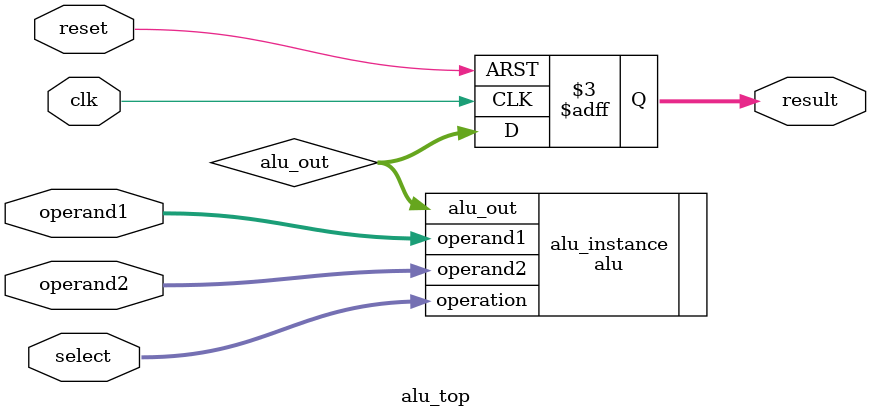
<source format=sv>
module alu_top // Module start declaration
#(parameter N=4) // Parameter declaration
(  	input logic clk, reset,
   	input logic[N-1:0]operand1, operand2,
   	input logic[3:0] select,
   	output logic[(2*N)-1:0] result
);

  // Local net declaration
  	logic[(2*N)-1:0] alu_out; 

  // Student to Add instantiation of module alu
	alu #(.N(N)) alu_instance (
		.operand1,
		.operand2,
		.operation(select),
		.alu_out
	);
  
  // Adding flipflop at the output of ALU
  	always@(posedge clk or posedge reset) begin
		if(reset == 1) begin
	  		result <= 0;
		end
		else begin
			result <= alu_out;
		end
 	end
endmodule: alu_top // Module alu_top end declaration
</source>
